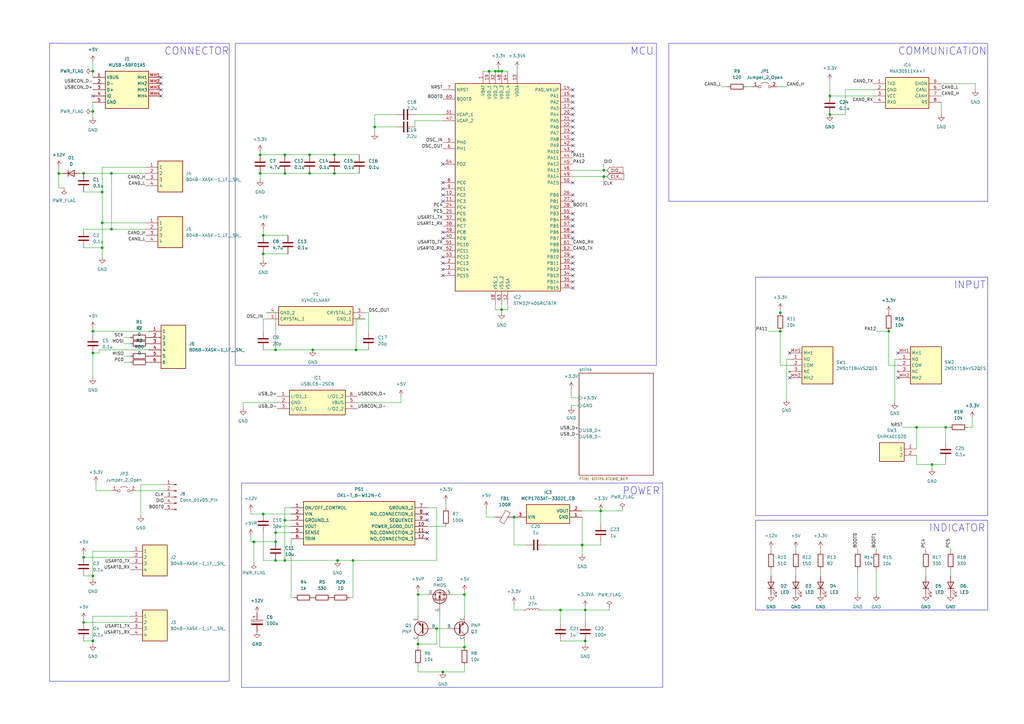
<source format=kicad_sch>
(kicad_sch (version 20230121) (generator eeschema)
  (paper "A3")
  (lib_symbols
    (symbol "2MS1T1B4VS2QES_1"
      (property "Reference" "SW" (at 19.05 7.62 0))
      (property "Value" "2MS1T1B4VS2QES" (at 19.05 5.08 0))
      (symbol "2MS1T1B4VS2QES_1_1_1"
        (pin passive line (at 0 -2.54 0) (length 5.08) (name "NO") (number "1"))
        (pin passive line (at 0 -5.08 0) (length 5.08) (name "COM") (number "2"))
        (pin no_connect line (at 0 -7.62 0) (length 5.08) (name "NC") (number "3"))
        (pin passive line (at 0 0 0) (length 5.08) (name "MH1") (number "MH1"))
        (pin passive line (at 0 -10.16 0) (length 5.08) (name "MH2") (number "MH2"))
      )
    )
    (symbol "Connector:Conn_01x05_Pin" (pin_names (offset 1.016) hide)
      (property "Reference" "J" (at 0 7.62 0))
      (property "Value" "Conn_01x05_Pin" (at 0 -7.62 0))
      (symbol "Conn_01x05_Pin_1_1"
        (pin passive line (at 5.08 5.08 180) (length 3.81) (name "Pin_1") (number "1"))
        (pin passive line (at 5.08 2.54 180) (length 3.81) (name "Pin_2") (number "2"))
        (pin passive line (at 5.08 0 180) (length 3.81) (name "Pin_3") (number "3"))
        (pin passive line (at 5.08 -2.54 180) (length 3.81) (name "Pin_4") (number "4"))
        (pin passive line (at 5.08 -5.08 180) (length 3.81) (name "Pin_5") (number "5"))
      )
    )
    (symbol "Device:C" (pin_numbers hide) (pin_names (offset 0.254))
      (property "Reference" "C" (at 0.635 2.54 0))
      (property "Value" "C" (at 0.635 -2.54 0))
      (symbol "C_1_1"
        (pin passive line (at 0 3.81 270) (length 2.794) (name "~") (number "1"))
        (pin passive line (at 0 -3.81 90) (length 2.794) (name "~") (number "2"))
      )
    )
    (symbol "Device:C_Polarized" (pin_numbers hide) (pin_names (offset 0.254))
      (property "Reference" "C" (at 0.635 2.54 0))
      (property "Value" "C_Polarized" (at 0.635 -2.54 0))
      (symbol "C_Polarized_1_1"
        (pin passive line (at 0 3.81 270) (length 2.794) (name "~") (number "1"))
        (pin passive line (at 0 -3.81 90) (length 2.794) (name "~") (number "2"))
      )
    )
    (symbol "Device:D" (pin_numbers hide) (pin_names (offset 1.016) hide)
      (property "Reference" "D" (at 0 2.54 0))
      (property "Value" "D" (at 0 -2.54 0))
      (symbol "D_1_1"
        (pin passive line (at -3.81 0 0) (length 2.54) (name "K") (number "1"))
        (pin passive line (at 3.81 0 180) (length 2.54) (name "A") (number "2"))
      )
    )
    (symbol "Device:FerriteBead" (pin_numbers hide) (pin_names (offset 0))
      (property "Reference" "FB" (at -3.81 0.635 90))
      (property "Value" "FerriteBead" (at 3.81 0 90))
      (symbol "FerriteBead_1_1"
        (pin passive line (at 0 3.81 270) (length 2.54) (name "~") (number "1"))
        (pin passive line (at 0 -3.81 90) (length 2.54) (name "~") (number "2"))
      )
    )
    (symbol "Device:L" (pin_numbers hide) (pin_names (offset 1.016) hide)
      (property "Reference" "L" (at -1.27 0 90))
      (property "Value" "L" (at 1.905 0 90))
      (symbol "L_1_1"
        (pin passive line (at 0 3.81 270) (length 1.27) (name "1") (number "1"))
        (pin passive line (at 0 -3.81 90) (length 1.27) (name "2") (number "2"))
      )
    )
    (symbol "Device:LED" (pin_numbers hide) (pin_names (offset 1.016) hide)
      (property "Reference" "D" (at 0 2.54 0))
      (property "Value" "LED" (at 0 -2.54 0))
      (symbol "LED_1_1"
        (pin passive line (at -3.81 0 0) (length 2.54) (name "K") (number "1"))
        (pin passive line (at 3.81 0 180) (length 2.54) (name "A") (number "2"))
      )
    )
    (symbol "Device:R" (pin_numbers hide) (pin_names (offset 0))
      (property "Reference" "R" (at 2.032 0 90))
      (property "Value" "R" (at 0 0 90))
      (symbol "R_1_1"
        (pin passive line (at 0 3.81 270) (length 1.27) (name "~") (number "1"))
        (pin passive line (at 0 -3.81 90) (length 1.27) (name "~") (number "2"))
      )
    )
    (symbol "Jumper:Jumper_2_Open" (pin_names (offset 0) hide)
      (property "Reference" "JP" (at 0 2.794 0))
      (property "Value" "Jumper_2_Open" (at 0 -2.286 0))
      (symbol "Jumper_2_Open_1_1"
        (pin passive line (at -5.08 0 0) (length 2.54) (name "A") (number "1"))
        (pin passive line (at 5.08 0 180) (length 2.54) (name "B") (number "2"))
      )
    )
    (symbol "Simulation_SPICE:PMOS" (pin_numbers hide) (pin_names (offset 0))
      (property "Reference" "Q" (at 5.08 1.27 0))
      (property "Value" "PMOS" (at 5.08 -1.27 0))
      (symbol "PMOS_1_1"
        (pin passive line (at 2.54 5.08 270) (length 2.54) (name "D") (number "1"))
        (pin input line (at -5.08 0 0) (length 2.54) (name "G") (number "2"))
        (pin passive line (at 2.54 -5.08 90) (length 2.54) (name "S") (number "3"))
      )
    )
    (symbol "Simulation_SPICE:PNP" (pin_numbers hide) (pin_names (offset 0))
      (property "Reference" "Q" (at -2.54 7.62 0))
      (property "Value" "PNP" (at -2.54 5.08 0))
      (symbol "PNP_1_1"
        (pin open_collector line (at 2.54 5.08 270) (length 2.54) (name "C") (number "1"))
        (pin input line (at -5.08 0 0) (length 2.54) (name "B") (number "2"))
        (pin open_emitter line (at 2.54 -5.08 90) (length 2.54) (name "E") (number "3"))
      )
    )
    (symbol "my_library:2MS1T1B4VS2QES"
      (property "Reference" "SW" (at 19.05 7.62 0))
      (property "Value" "2MS1T1B4VS2QES" (at 19.05 5.08 0))
      (symbol "2MS1T1B4VS2QES_1_1"
        (pin passive line (at 0 -2.54 0) (length 5.08) (name "NO") (number "1"))
        (pin passive line (at 0 -5.08 0) (length 5.08) (name "COM") (number "2"))
        (pin no_connect line (at 0 -7.62 0) (length 5.08) (name "NC") (number "3"))
        (pin passive line (at 0 0 0) (length 5.08) (name "MH1") (number "MH1"))
        (pin passive line (at 0 -10.16 0) (length 5.08) (name "MH2") (number "MH2"))
      )
    )
    (symbol "my_library:B04B-XASK-1_LF__SN_"
      (property "Reference" "J" (at 16.51 7.62 0))
      (property "Value" "B04B-XASK-1_LF__SN_" (at 16.51 5.08 0))
      (symbol "B04B-XASK-1_LF__SN__1_1"
        (pin passive line (at 0 0 0) (length 5.08) (name "1") (number "1"))
        (pin passive line (at 0 -2.54 0) (length 5.08) (name "2") (number "2"))
        (pin passive line (at 0 -5.08 0) (length 5.08) (name "3") (number "3"))
        (pin passive line (at 0 -7.62 0) (length 5.08) (name "4") (number "4"))
      )
    )
    (symbol "my_library:B06B-XASK-1_LF__SN_"
      (property "Reference" "J" (at 16.51 7.62 0))
      (property "Value" "B06B-XASK-1_LF__SN_" (at 16.51 5.08 0))
      (symbol "B06B-XASK-1_LF__SN__1_1"
        (pin passive line (at 0 0 0) (length 5.08) (name "1") (number "1"))
        (pin passive line (at 0 -2.54 0) (length 5.08) (name "2") (number "2"))
        (pin passive line (at 0 -5.08 0) (length 5.08) (name "3") (number "3"))
        (pin passive line (at 0 -7.62 0) (length 5.08) (name "4") (number "4"))
        (pin passive line (at 0 -10.16 0) (length 5.08) (name "5") (number "5"))
        (pin passive line (at 0 -12.7 0) (length 5.08) (name "6") (number "6"))
      )
    )
    (symbol "my_library:MAX3051EKA+T"
      (property "Reference" "IC" (at 24.13 7.62 0))
      (property "Value" "MAX3051EKA+T" (at 24.13 5.08 0))
      (symbol "MAX3051EKA+T_1_1"
        (pin bidirectional line (at 0 0 0) (length 5.08) (name "TXD") (number "1"))
        (pin power_in line (at 0 -2.54 0) (length 5.08) (name "GND") (number "2"))
        (pin power_in line (at 0 -5.08 0) (length 5.08) (name "VCC") (number "3"))
        (pin bidirectional line (at 0 -7.62 0) (length 5.08) (name "RXD") (number "4"))
        (pin input line (at 27.94 0 180) (length 5.08) (name "SHDN") (number "5"))
        (pin bidirectional line (at 27.94 -2.54 180) (length 5.08) (name "CANL") (number "6"))
        (pin bidirectional line (at 27.94 -5.08 180) (length 5.08) (name "CANH") (number "7"))
        (pin input line (at 27.94 -7.62 180) (length 5.08) (name "RS") (number "8"))
      )
    )
    (symbol "my_library:MCP1703AT-3302E_CB"
      (property "Reference" "IC" (at 24.13 7.62 0))
      (property "Value" "MCP1703AT-3302E_CB" (at 24.13 5.08 0))
      (symbol "MCP1703AT-3302E_CB_1_1"
        (pin passive line (at 0 0 0) (length 5.08) (name "GND") (number "1"))
        (pin passive line (at 0 -2.54 0) (length 5.08) (name "VOUT") (number "2"))
        (pin passive line (at 27.94 0 180) (length 5.08) (name "VIN") (number "3"))
      )
    )
    (symbol "my_library:MUSB-5BF01AS"
      (property "Reference" "J" (at 24.13 7.62 0))
      (property "Value" "MUSB-5BF01AS" (at 24.13 5.08 0))
      (symbol "MUSB-5BF01AS_1_1"
        (pin passive line (at 0 0 0) (length 5.08) (name "VBUS") (number "1"))
        (pin passive line (at 0 -2.54 0) (length 5.08) (name "D-") (number "2"))
        (pin passive line (at 0 -5.08 0) (length 5.08) (name "D+") (number "3"))
        (pin passive line (at 0 -7.62 0) (length 5.08) (name "ID") (number "4"))
        (pin passive line (at 0 -10.16 0) (length 5.08) (name "GND") (number "5"))
        (pin passive line (at 27.94 0 180) (length 5.08) (name "MH1") (number "MH1"))
        (pin passive line (at 27.94 -2.54 180) (length 5.08) (name "MH2") (number "MH2"))
        (pin passive line (at 27.94 -5.08 180) (length 5.08) (name "MH3") (number "MH3"))
        (pin passive line (at 27.94 -7.62 180) (length 5.08) (name "MH4") (number "MH4"))
      )
    )
    (symbol "my_library:OKL-T_6-W12N-C"
      (property "Reference" "PS" (at 52.07 7.62 0))
      (property "Value" "OKL-T_6-W12N-C" (at 52.07 5.08 0))
      (symbol "OKL-T_6-W12N-C_1_1"
        (pin passive line (at 0 0 0) (length 5.08) (name "ON/OFF_CONTROL") (number "1"))
        (pin passive line (at 55.88 -7.62 180) (length 5.08) (name "POWER_GOOD_OUT") (number "10"))
        (pin passive line (at 55.88 -10.16 180) (length 5.08) (name "NO_CONNECTION_2") (number "11"))
        (pin passive line (at 55.88 -12.7 180) (length 5.08) (name "NO_CONNECTION_3") (number "12"))
        (pin passive line (at 0 -2.54 0) (length 5.08) (name "VIN") (number "2"))
        (pin passive line (at 0 -5.08 0) (length 5.08) (name "GROUND_1") (number "3"))
        (pin passive line (at 0 -7.62 0) (length 5.08) (name "VOUT") (number "4"))
        (pin passive line (at 0 -10.16 0) (length 5.08) (name "SENSE") (number "5"))
        (pin passive line (at 0 -12.7 0) (length 5.08) (name "TRIM") (number "6"))
        (pin passive line (at 55.88 0 180) (length 5.08) (name "GROUND_2") (number "7"))
        (pin passive line (at 55.88 -2.54 180) (length 5.08) (name "NO_CONNECTION_1") (number "8"))
        (pin passive line (at 55.88 -5.08 180) (length 5.08) (name "SEQUENCE") (number "9"))
      )
    )
    (symbol "my_library:SKRKAEE020"
      (property "Reference" "SW" (at 16.51 7.62 0))
      (property "Value" "SKRKAEE020" (at 16.51 5.08 0))
      (symbol "SKRKAEE020_1_1"
        (pin passive line (at 0 0 0) (length 5.08) (name "1") (number "1"))
        (pin passive line (at 0 -2.54 0) (length 5.08) (name "2") (number "2"))
      )
    )
    (symbol "my_library:STM32F405RGT6TR"
      (property "Reference" "IC" (at 34.29 17.78 0))
      (property "Value" "STM32F405RGT6TR" (at 34.29 15.24 0))
      (symbol "STM32F405RGT6TR_1_1"
        (pin passive line (at 16.51 17.78 270) (length 5.08) (name "VBAT") (number "1"))
        (pin passive line (at 0 -33.02 0) (length 5.08) (name "PC2") (number "10"))
        (pin passive line (at 0 -35.56 0) (length 5.08) (name "PC3") (number "11"))
        (pin passive line (at 26.67 -77.47 90) (length 5.08) (name "VSSA") (number "12"))
        (pin passive line (at 30.48 17.78 270) (length 5.08) (name "VDDA") (number "13"))
        (pin passive line (at 53.34 10.16 180) (length 5.08) (name "PA0_WKUP") (number "14"))
        (pin passive line (at 53.34 7.62 180) (length 5.08) (name "PA1") (number "15"))
        (pin passive line (at 53.34 5.08 180) (length 5.08) (name "PA2") (number "16"))
        (pin passive line (at 53.34 2.54 180) (length 5.08) (name "PA3") (number "17"))
        (pin passive line (at 21.59 -77.47 90) (length 5.08) (name "VSS_1") (number "18"))
        (pin passive line (at 19.05 17.78 270) (length 5.08) (name "VDD_1") (number "19"))
        (pin passive line (at 0 -60.96 0) (length 5.08) (name "PC13") (number "2"))
        (pin passive line (at 53.34 0 180) (length 5.08) (name "PA4") (number "20"))
        (pin passive line (at 53.34 -2.54 180) (length 5.08) (name "PA5") (number "21"))
        (pin passive line (at 53.34 -5.08 180) (length 5.08) (name "PA6") (number "22"))
        (pin passive line (at 53.34 -7.62 180) (length 5.08) (name "PA7") (number "23"))
        (pin passive line (at 0 -38.1 0) (length 5.08) (name "PC4") (number "24"))
        (pin passive line (at 0 -40.64 0) (length 5.08) (name "PC5") (number "25"))
        (pin passive line (at 53.34 -33.02 180) (length 5.08) (name "PB0") (number "26"))
        (pin passive line (at 53.34 -35.56 180) (length 5.08) (name "PB1") (number "27"))
        (pin passive line (at 53.34 -38.1 180) (length 5.08) (name "PB2") (number "28"))
        (pin passive line (at 53.34 -58.42 180) (length 5.08) (name "PB10") (number "29"))
        (pin passive line (at 0 -63.5 0) (length 5.08) (name "PC14") (number "3"))
        (pin passive line (at 53.34 -60.96 180) (length 5.08) (name "PB11") (number "30"))
        (pin passive line (at 0 0 0) (length 5.08) (name "VCAP_1") (number "31"))
        (pin passive line (at 21.59 17.78 270) (length 5.08) (name "VDD_2") (number "32"))
        (pin passive line (at 53.34 -63.5 180) (length 5.08) (name "PB12") (number "33"))
        (pin passive line (at 53.34 -66.04 180) (length 5.08) (name "PB13") (number "34"))
        (pin passive line (at 53.34 -68.58 180) (length 5.08) (name "PB14") (number "35"))
        (pin passive line (at 53.34 -71.12 180) (length 5.08) (name "PB15") (number "36"))
        (pin passive line (at 0 -43.18 0) (length 5.08) (name "PC6") (number "37"))
        (pin passive line (at 0 -45.72 0) (length 5.08) (name "PC7") (number "38"))
        (pin passive line (at 0 -48.26 0) (length 5.08) (name "PC8") (number "39"))
        (pin passive line (at 0 -66.04 0) (length 5.08) (name "PC15") (number "4"))
        (pin passive line (at 0 -50.8 0) (length 5.08) (name "PC9") (number "40"))
        (pin passive line (at 53.34 -10.16 180) (length 5.08) (name "PA8") (number "41"))
        (pin passive line (at 53.34 -12.7 180) (length 5.08) (name "PA9") (number "42"))
        (pin passive line (at 53.34 -15.24 180) (length 5.08) (name "PA10") (number "43"))
        (pin passive line (at 53.34 -17.78 180) (length 5.08) (name "PA11") (number "44"))
        (pin passive line (at 53.34 -20.32 180) (length 5.08) (name "PA12") (number "45"))
        (pin passive line (at 53.34 -22.86 180) (length 5.08) (name "PA13") (number "46"))
        (pin passive line (at 0 -2.54 0) (length 5.08) (name "VCAP_2") (number "47"))
        (pin passive line (at 24.13 17.78 270) (length 5.08) (name "VDD_3") (number "48"))
        (pin passive line (at 53.34 -25.4 180) (length 5.08) (name "PA14") (number "49"))
        (pin passive line (at 0 -11.43 0) (length 5.08) (name "PH0") (number "5"))
        (pin passive line (at 53.34 -27.94 180) (length 5.08) (name "PA15") (number "50"))
        (pin passive line (at 0 -53.34 0) (length 5.08) (name "PC10") (number "51"))
        (pin passive line (at 0 -55.88 0) (length 5.08) (name "PC11") (number "52"))
        (pin passive line (at 0 -58.42 0) (length 5.08) (name "PC12") (number "53"))
        (pin passive line (at 0 -20.32 0) (length 5.08) (name "PD2") (number "54"))
        (pin passive line (at 53.34 -40.64 180) (length 5.08) (name "PB3") (number "55"))
        (pin passive line (at 53.34 -43.18 180) (length 5.08) (name "PB4") (number "56"))
        (pin passive line (at 53.34 -45.72 180) (length 5.08) (name "PB5") (number "57"))
        (pin passive line (at 53.34 -48.26 180) (length 5.08) (name "PB6") (number "58"))
        (pin passive line (at 53.34 -50.8 180) (length 5.08) (name "PB7") (number "59"))
        (pin passive line (at 0 -13.97 0) (length 5.08) (name "PH1") (number "6"))
        (pin passive line (at 0 6.35 0) (length 5.08) (name "BOOT0") (number "60"))
        (pin passive line (at 53.34 -53.34 180) (length 5.08) (name "PB8") (number "61"))
        (pin passive line (at 53.34 -55.88 180) (length 5.08) (name "PB9") (number "62"))
        (pin passive line (at 24.13 -77.47 90) (length 5.08) (name "VSS_2") (number "63"))
        (pin passive line (at 26.67 17.78 270) (length 5.08) (name "VDD_4") (number "64"))
        (pin passive line (at 0 10.16 0) (length 5.08) (name "NRST") (number "7"))
        (pin passive line (at 0 -27.94 0) (length 5.08) (name "PC0") (number "8"))
        (pin passive line (at 0 -30.48 0) (length 5.08) (name "PC1") (number "9"))
      )
    )
    (symbol "my_library:USBLC6-2SC6"
      (property "Reference" "IC" (at 29.21 7.62 0))
      (property "Value" "USBLC6-2SC6" (at 29.21 5.08 0))
      (symbol "USBLC6-2SC6_1_1"
        (pin passive line (at 0 0 0) (length 5.08) (name "I/O1_1") (number "1"))
        (pin passive line (at 0 -2.54 0) (length 5.08) (name "GND") (number "2"))
        (pin passive line (at 0 -5.08 0) (length 5.08) (name "I/O2_1") (number "3"))
        (pin passive line (at 33.02 -5.08 180) (length 5.08) (name "I/O2_2") (number "4"))
        (pin passive line (at 33.02 -2.54 180) (length 5.08) (name "VBUS") (number "5"))
        (pin passive line (at 33.02 0 180) (length 5.08) (name "I/O1_2") (number "6"))
      )
    )
    (symbol "my_library:XVHCELNANF"
      (property "Reference" "Y" (at 36.83 7.62 0))
      (property "Value" "XVHCELNANF" (at 36.83 5.08 0))
      (symbol "XVHCELNANF_1_1"
        (pin passive line (at 0 -2.54 0) (length 5.08) (name "CRYSTAL_1") (number "1"))
        (pin passive line (at 40.64 -2.54 180) (length 5.08) (name "GND_1") (number "2"))
        (pin passive line (at 40.64 0 180) (length 5.08) (name "CRYSTAL_2") (number "3"))
        (pin passive line (at 0 0 0) (length 5.08) (name "GND_2") (number "4"))
      )
    )
    (symbol "power:+12V" (power) (pin_names (offset 0))
      (property "Value" "+12V" (at 0 3.556 0))
      (symbol "+12V_1_1"
        (pin power_in line (at 0 0 90) (length 0) hide (name "+12V") (number "1"))
      )
    )
    (symbol "power:+3.3V" (power) (pin_names (offset 0))
      (property "Value" "+3.3V" (at 0 3.556 0))
      (symbol "+3.3V_1_1"
        (pin power_in line (at 0 0 90) (length 0) hide (name "+3.3V") (number "1"))
      )
    )
    (symbol "power:+3.3VA" (power) (pin_names (offset 0))
      (property "Value" "+3.3VA" (at 0 3.556 0))
      (symbol "+3.3VA_1_1"
        (pin power_in line (at 0 0 90) (length 0) hide (name "+3.3VA") (number "1"))
      )
    )
    (symbol "power:+5V" (power) (pin_names (offset 0))
      (property "Value" "+5V" (at 0 3.556 0))
      (symbol "+5V_1_1"
        (pin power_in line (at 0 0 90) (length 0) hide (name "+5V") (number "1"))
      )
    )
    (symbol "power:+5VP" (power) (pin_names (offset 0))
      (property "Value" "+5VP" (at 0 3.556 0))
      (symbol "+5VP_1_1"
        (pin power_in line (at 0 0 90) (length 0) hide (name "+5VP") (number "1"))
      )
    )
    (symbol "power:GND" (power) (pin_names (offset 0))
      (property "Value" "GND" (at 0 -3.81 0))
      (symbol "GND_1_1"
        (pin power_in line (at 0 0 270) (length 0) hide (name "GND") (number "1"))
      )
    )
    (symbol "power:PWR_FLAG" (power) (pin_numbers hide) (pin_names (offset 0) hide)
      (property "Value" "PWR_FLAG" (at 0 3.81 0))
      (symbol "PWR_FLAG_0_0"
        (pin power_out line (at 0 0 90) (length 0) (name "pwr") (number "1"))
      )
    )
  )
  (junction (at 45.72 93.98))
  (junction (at 38.1 144.78))
  (junction (at 106.68 63.5))
  (junction (at 190.5 243.84))
  (junction (at 247.65 72.39))
  (junction (at 200.66 29.21))
  (junction (at 153.67 52.07))
  (junction (at 116.84 63.5))
  (junction (at 240.03 250.19))
  (junction (at 190.5 265.43))
  (junction (at 205.74 127))
  (junction (at 127 63.5))
  (junction (at 38.1 45.72))
  (junction (at 137.16 63.5))
  (junction (at 320.04 128.27))
  (junction (at 138.43 229.87))
  (junction (at 137.16 71.12))
  (junction (at 41.91 91.44))
  (junction (at 116.84 213.36))
  (junction (at 113.03 229.87))
  (junction (at 179.07 257.81))
  (junction (at 104.14 222.25))
  (junction (at 116.84 229.87))
  (junction (at 113.03 222.25))
  (junction (at 24.13 71.12))
  (junction (at 210.82 212.09))
  (junction (at 229.87 250.19))
  (junction (at 364.49 135.89))
  (junction (at 41.91 78.74))
  (junction (at 375.92 175.26))
  (junction (at 340.36 39.37))
  (junction (at 205.74 29.21))
  (junction (at 246.38 209.55))
  (junction (at 171.45 243.84))
  (junction (at 203.2 29.21))
  (junction (at 127 71.12))
  (junction (at 113.03 143.51))
  (junction (at 107.95 96.52))
  (junction (at 171.45 264.16))
  (junction (at 204.47 29.21))
  (junction (at 106.68 71.12))
  (junction (at 34.29 71.12))
  (junction (at 116.84 71.12))
  (junction (at 41.91 101.6))
  (junction (at 340.36 46.99))
  (junction (at 144.78 229.87))
  (junction (at 34.29 255.27))
  (junction (at 238.76 223.52))
  (junction (at 128.27 143.51))
  (junction (at 38.1 262.89))
  (junction (at 240.03 262.89))
  (junction (at 45.72 71.12))
  (junction (at 247.65 69.85))
  (junction (at 107.95 210.82))
  (junction (at 387.858 175.26))
  (junction (at 38.1 236.22))
  (junction (at 38.1 29.21))
  (junction (at 107.95 104.14))
  (junction (at 320.04 135.89))
  (junction (at 34.29 228.6))
  (junction (at 113.03 218.44))
  (junction (at 38.1 135.89))
  (junction (at 382.27 190.5))
  (junction (at 181.61 275.59))
  (junction (at 146.05 143.51))
  (no_connect (at 234.95 105.41))
  (no_connect (at 181.61 110.49))
  (no_connect (at 323.85 144.78))
  (no_connect (at 66.04 31.75))
  (no_connect (at 66.04 36.83))
  (no_connect (at 181.61 95.25))
  (no_connect (at 368.3 144.78))
  (no_connect (at 234.95 62.23))
  (no_connect (at 181.61 105.41))
  (no_connect (at 234.95 107.95))
  (no_connect (at 234.95 90.17))
  (no_connect (at 234.95 52.07))
  (no_connect (at 234.95 39.37))
  (no_connect (at 234.95 115.57))
  (no_connect (at 181.61 107.95))
  (no_connect (at 175.26 213.36))
  (no_connect (at 234.95 118.11))
  (no_connect (at 234.95 46.99))
  (no_connect (at 181.61 82.55))
  (no_connect (at 175.26 210.82))
  (no_connect (at 234.95 59.69))
  (no_connect (at 181.61 97.79))
  (no_connect (at 368.3 154.94))
  (no_connect (at 234.95 80.01))
  (no_connect (at 234.95 113.03))
  (no_connect (at 234.95 92.71))
  (no_connect (at 181.61 80.01))
  (no_connect (at 234.95 97.79))
  (no_connect (at 234.95 41.91))
  (no_connect (at 66.04 39.37))
  (no_connect (at 38.1 39.37))
  (no_connect (at 234.95 54.61))
  (no_connect (at 234.95 87.63))
  (no_connect (at 234.95 44.45))
  (no_connect (at 234.95 57.15))
  (no_connect (at 181.61 77.47))
  (no_connect (at 323.85 154.94))
  (no_connect (at 181.61 74.93))
  (no_connect (at 234.95 36.83))
  (no_connect (at 175.26 220.98))
  (no_connect (at 234.95 74.93))
  (no_connect (at 175.26 218.44))
  (no_connect (at 234.95 82.55))
  (no_connect (at 181.61 67.31))
  (no_connect (at 181.61 113.03))
  (no_connect (at 234.95 95.25))
  (no_connect (at 66.04 34.29))
  (no_connect (at 234.95 49.53))
  (no_connect (at 234.95 110.49))
  (wire (pts (xy 45.72 71.12) (xy 45.72 93.98)))
  (wire (pts (xy 359.41 233.68) (xy 359.41 243.84)))
  (wire (pts (xy 24.13 68.58) (xy 24.13 71.12)))
  (wire (pts (xy 204.47 29.21) (xy 205.74 29.21)))
  (wire (pts (xy 204.47 27.94) (xy 204.47 29.21)))
  (wire (pts (xy 106.68 71.12) (xy 116.84 71.12)))
  (wire (pts (xy 320.04 135.89) (xy 320.04 149.86)))
  (wire (pts (xy 38.1 144.78) (xy 38.1 154.94)))
  (wire (pts (xy 107.95 218.44) (xy 107.95 229.87)))
  (wire (pts (xy 387.858 175.26) (xy 389.255 175.26)))
  (wire (pts (xy 223.52 223.52) (xy 238.76 223.52)))
  (wire (pts (xy 41.91 78.74) (xy 41.91 91.44)))
  (wire (pts (xy 190.5 262.89) (xy 190.5 265.43)))
  (wire (pts (xy 389.89 224.79) (xy 389.89 226.06)))
  (wire (pts (xy 246.38 209.55) (xy 246.38 214.63)))
  (wire (pts (xy 382.27 190.5) (xy 382.27 192.278)))
  (wire (pts (xy 246.38 222.25) (xy 246.38 223.52)))
  (wire (pts (xy 336.55 233.68) (xy 336.55 236.22)))
  (wire (pts (xy 106.68 71.12) (xy 106.68 73.66)))
  (wire (pts (xy 24.13 77.089) (xy 26.289 77.089)))
  (wire (pts (xy 119.38 215.9) (xy 113.03 215.9)))
  (wire (pts (xy 144.78 245.11) (xy 143.51 245.11)))
  (wire (pts (xy 41.91 91.44) (xy 41.91 101.6)))
  (wire (pts (xy 50.8 148.59) (xy 53.34 148.59)))
  (wire (pts (xy 149.86 130.81) (xy 146.05 130.81)))
  (wire (pts (xy 326.39 233.68) (xy 326.39 236.22)))
  (wire (pts (xy 247.65 72.39) (xy 247.65 76.2)))
  (wire (pts (xy 116.84 229.87) (xy 138.43 229.87)))
  (wire (pts (xy 34.29 236.22) (xy 38.1 236.22)))
  (wire (pts (xy 146.05 130.81) (xy 146.05 143.51)))
  (wire (pts (xy 107.95 93.98) (xy 107.95 96.52)))
  (wire (pts (xy 175.26 243.84) (xy 171.45 243.84)))
  (wire (pts (xy 104.14 222.25) (xy 104.14 230.632)))
  (wire (pts (xy 171.45 243.84) (xy 171.45 252.73)))
  (wire (pts (xy 127 71.12) (xy 137.16 71.12)))
  (wire (pts (xy 205.74 127) (xy 208.28 127)))
  (wire (pts (xy 234.315 166.37) (xy 234.315 167.005)))
  (wire (pts (xy 113.665 165.1) (xy 99.695 165.1)))
  (wire (pts (xy 38.1 135.89) (xy 60.96 135.89)))
  (wire (pts (xy 113.03 218.44) (xy 113.03 222.25)))
  (wire (pts (xy 116.84 63.5) (xy 127 63.5)))
  (wire (pts (xy 375.92 186.69) (xy 375.92 190.5)))
  (wire (pts (xy 162.56 46.99) (xy 153.67 46.99)))
  (wire (pts (xy 38.1 134.62) (xy 38.1 135.89)))
  (wire (pts (xy 146.05 143.51) (xy 128.27 143.51)))
  (wire (pts (xy 137.16 71.12) (xy 147.32 71.12)))
  (wire (pts (xy 375.92 190.5) (xy 382.27 190.5)))
  (wire (pts (xy 386.08 41.91) (xy 386.08 46.99)))
  (wire (pts (xy 107.95 229.87) (xy 113.03 229.87)))
  (wire (pts (xy 113.03 229.87) (xy 116.84 229.87)))
  (wire (pts (xy 346.71 36.83) (xy 346.71 46.99)))
  (wire (pts (xy 387.858 188.976) (xy 387.858 190.5)))
  (wire (pts (xy 33.02 71.12) (xy 34.29 71.12)))
  (wire (pts (xy 175.26 215.9) (xy 182.88 215.9)))
  (wire (pts (xy 137.16 63.5) (xy 147.32 63.5)))
  (wire (pts (xy 240.03 250.19) (xy 249.936 250.19)))
  (wire (pts (xy 229.87 262.89) (xy 240.03 262.89)))
  (wire (pts (xy 203.2 124.46) (xy 203.2 127)))
  (wire (pts (xy 375.92 175.26) (xy 387.858 175.26)))
  (wire (pts (xy 144.78 229.87) (xy 144.78 245.11)))
  (wire (pts (xy 336.55 224.79) (xy 336.55 226.06)))
  (wire (pts (xy 340.36 33.02) (xy 340.36 39.37)))
  (wire (pts (xy 127 63.5) (xy 137.16 63.5)))
  (wire (pts (xy 153.67 46.99) (xy 153.67 52.07)))
  (wire (pts (xy 240.03 262.89) (xy 240.03 264.16)))
  (wire (pts (xy 246.38 209.55) (xy 255.27 209.55)))
  (wire (pts (xy 205.74 124.46) (xy 205.74 127)))
  (wire (pts (xy 107.95 143.51) (xy 113.03 143.51)))
  (wire (pts (xy 203.2 29.21) (xy 204.47 29.21)))
  (wire (pts (xy 200.66 29.21) (xy 203.2 29.21)))
  (wire (pts (xy 38.1 25.4) (xy 38.1 29.21)))
  (wire (pts (xy 59.69 68.58) (xy 41.91 68.58)))
  (wire (pts (xy 116.84 213.36) (xy 119.38 213.36)))
  (wire (pts (xy 45.72 71.12) (xy 59.69 71.12)))
  (wire (pts (xy 375.92 184.15) (xy 375.92 175.26)))
  (wire (pts (xy 107.95 130.81) (xy 109.22 130.81)))
  (wire (pts (xy 387.858 175.26) (xy 387.858 181.356)))
  (wire (pts (xy 364.49 135.89) (xy 364.49 149.86)))
  (wire (pts (xy 306.07 35.56) (xy 308.61 35.56)))
  (wire (pts (xy 398.78 175.26) (xy 396.875 175.26)))
  (wire (pts (xy 229.87 250.19) (xy 240.03 250.19)))
  (wire (pts (xy 38.1 29.21) (xy 38.1 31.75)))
  (wire (pts (xy 38.1 45.72) (xy 38.1 48.26)))
  (wire (pts (xy 153.67 52.07) (xy 153.67 54.61)))
  (wire (pts (xy 379.73 233.68) (xy 379.73 236.22)))
  (wire (pts (xy 34.29 227.33) (xy 34.29 228.6)))
  (wire (pts (xy 107.95 130.81) (xy 107.95 135.89)))
  (wire (pts (xy 41.91 101.6) (xy 41.91 105.41)))
  (wire (pts (xy 379.73 224.79) (xy 379.73 226.06)))
  (wire (pts (xy 102.87 210.82) (xy 107.95 210.82)))
  (wire (pts (xy 107.95 96.52) (xy 118.11 96.52)))
  (wire (pts (xy 55.88 201.295) (xy 67.31 201.295)))
  (wire (pts (xy 50.8 140.97) (xy 53.34 140.97)))
  (wire (pts (xy 106.68 62.23) (xy 106.68 63.5)))
  (wire (pts (xy 180.34 265.43) (xy 190.5 265.43)))
  (wire (pts (xy 34.29 255.27) (xy 53.34 255.27)))
  (wire (pts (xy 237.49 166.37) (xy 234.315 166.37)))
  (wire (pts (xy 316.23 224.79) (xy 316.23 226.06)))
  (wire (pts (xy 153.67 52.07) (xy 162.56 52.07)))
  (wire (pts (xy 24.13 71.12) (xy 24.13 77.089)))
  (wire (pts (xy 222.25 250.19) (xy 229.87 250.19)))
  (wire (pts (xy 247.65 72.39) (xy 248.92 72.39)))
  (wire (pts (xy 40.64 143.51) (xy 60.96 143.51)))
  (wire (pts (xy 34.29 262.89) (xy 38.1 262.89)))
  (wire (pts (xy 102.87 210.82) (xy 102.87 209.55)))
  (wire (pts (xy 198.12 29.21) (xy 200.66 29.21)))
  (wire (pts (xy 164.465 165.1) (xy 164.465 162.56)))
  (wire (pts (xy 318.77 35.56) (xy 322.58 35.56)))
  (wire (pts (xy 151.13 128.27) (xy 151.13 135.89)))
  (wire (pts (xy 179.07 257.81) (xy 179.07 264.16)))
  (wire (pts (xy 240.03 250.19) (xy 240.03 248.92)))
  (wire (pts (xy 382.27 190.5) (xy 387.858 190.5)))
  (wire (pts (xy 210.82 223.52) (xy 215.9 223.52)))
  (wire (pts (xy 316.23 233.68) (xy 316.23 236.22)))
  (wire (pts (xy 102.87 219.71) (xy 102.87 222.25)))
  (wire (pts (xy 170.18 46.99) (xy 181.61 46.99)))
  (wire (pts (xy 386.08 34.29) (xy 400.05 34.29)))
  (wire (pts (xy 351.79 224.79) (xy 351.79 226.06)))
  (wire (pts (xy 190.5 275.59) (xy 181.61 275.59)))
  (wire (pts (xy 116.84 208.28) (xy 119.38 208.28)))
  (wire (pts (xy 39.37 201.295) (xy 45.72 201.295)))
  (wire (pts (xy 359.41 224.79) (xy 359.41 226.06)))
  (wire (pts (xy 113.03 218.44) (xy 119.38 218.44)))
  (wire (pts (xy 323.85 147.32) (xy 322.58 147.32)))
  (wire (pts (xy 212.09 27.94) (xy 212.09 29.21)))
  (wire (pts (xy 34.29 78.74) (xy 41.91 78.74)))
  (wire (pts (xy 38.1 252.73) (xy 38.1 262.89)))
  (wire (pts (xy 185.42 243.84) (xy 190.5 243.84)))
  (wire (pts (xy 50.8 146.05) (xy 53.34 146.05)))
  (wire (pts (xy 205.74 29.21) (xy 208.28 29.21)))
  (wire (pts (xy 102.87 222.25) (xy 104.14 222.25)))
  (wire (pts (xy 57.785 198.755) (xy 67.31 198.755)))
  (wire (pts (xy 247.65 69.85) (xy 248.92 69.85)))
  (wire (pts (xy 116.84 71.12) (xy 127 71.12)))
  (wire (pts (xy 38.1 135.89) (xy 38.1 137.16)))
  (wire (pts (xy 113.03 128.27) (xy 113.03 143.51)))
  (wire (pts (xy 320.04 149.86) (xy 323.85 149.86)))
  (wire (pts (xy 255.27 209.55) (xy 255.27 209.042)))
  (wire (pts (xy 38.1 226.06) (xy 38.1 236.22)))
  (wire (pts (xy 370.205 175.26) (xy 375.92 175.26)))
  (wire (pts (xy 182.88 205.74) (xy 182.88 208.28)))
  (wire (pts (xy 247.65 67.31) (xy 247.65 69.85)))
  (wire (pts (xy 50.8 138.43) (xy 53.34 138.43)))
  (wire (pts (xy 116.84 208.28) (xy 116.84 213.36)))
  (wire (pts (xy 229.87 250.19) (xy 229.87 255.27)))
  (wire (pts (xy 190.5 242.57) (xy 190.5 243.84)))
  (wire (pts (xy 179.07 229.87) (xy 179.07 208.28)))
  (wire (pts (xy 146.05 143.51) (xy 151.13 143.51)))
  (wire (pts (xy 144.78 229.87) (xy 179.07 229.87)))
  (wire (pts (xy 113.03 143.51) (xy 128.27 143.51)))
  (wire (pts (xy 234.315 159.385) (xy 234.315 163.195)))
  (wire (pts (xy 367.03 147.32) (xy 367.03 165.1)))
  (wire (pts (xy 99.695 165.1) (xy 99.695 167.64)))
  (wire (pts (xy 398.78 171.45) (xy 398.78 175.26)))
  (wire (pts (xy 358.14 36.83) (xy 346.71 36.83)))
  (wire (pts (xy 107.95 210.82) (xy 119.38 210.82)))
  (wire (pts (xy 107.95 104.14) (xy 107.95 106.68)))
  (wire (pts (xy 38.1 144.78) (xy 40.64 144.78)))
  (wire (pts (xy 146.685 165.1) (xy 164.465 165.1)))
  (wire (pts (xy 199.39 208.28) (xy 199.39 212.09)))
  (wire (pts (xy 57.785 211.455) (xy 57.785 198.755)))
  (wire (pts (xy 41.91 68.58) (xy 41.91 78.74)))
  (wire (pts (xy 45.72 93.98) (xy 59.69 93.98)))
  (wire (pts (xy 39.37 198.12) (xy 39.37 201.295)))
  (wire (pts (xy 240.03 250.19) (xy 240.03 255.27)))
  (wire (pts (xy 24.13 71.12) (xy 25.4 71.12)))
  (wire (pts (xy 210.82 247.65) (xy 210.82 250.19)))
  (wire (pts (xy 53.34 252.73) (xy 38.1 252.73)))
  (wire (pts (xy 138.43 229.87) (xy 144.78 229.87)))
  (wire (pts (xy 179.07 208.28) (xy 175.26 208.28)))
  (wire (pts (xy 190.5 243.84) (xy 190.5 252.73)))
  (wire (pts (xy 322.58 147.32) (xy 322.58 163.83)))
  (wire (pts (xy 210.82 250.19) (xy 214.63 250.19)))
  (wire (pts (xy 351.79 233.68) (xy 351.79 243.84)))
  (wire (pts (xy 234.95 69.85) (xy 247.65 69.85)))
  (wire (pts (xy 53.34 226.06) (xy 38.1 226.06)))
  (wire (pts (xy 116.84 213.36) (xy 116.84 229.87)))
  (wire (pts (xy 171.45 242.57) (xy 171.45 243.84)))
  (wire (pts (xy 34.29 254) (xy 34.29 255.27)))
  (wire (pts (xy 400.05 34.29) (xy 400.05 36.83)))
  (wire (pts (xy 179.07 257.81) (xy 182.88 257.81)))
  (wire (pts (xy 205.74 127) (xy 205.74 128.27)))
  (wire (pts (xy 208.28 127) (xy 208.28 124.46)))
  (wire (pts (xy 171.45 275.59) (xy 181.61 275.59)))
  (wire (pts (xy 41.91 91.44) (xy 59.69 91.44)))
  (wire (pts (xy 38.1 236.22) (xy 38.1 237.49)))
  (wire (pts (xy 104.14 222.25) (xy 113.03 222.25)))
  (wire (pts (xy 389.89 233.68) (xy 389.89 236.22)))
  (wire (pts (xy 238.76 223.52) (xy 238.76 227.33)))
  (wire (pts (xy 171.45 273.05) (xy 171.45 275.59)))
  (wire (pts (xy 34.29 93.98) (xy 45.72 93.98)))
  (wire (pts (xy 34.29 101.6) (xy 41.91 101.6)))
  (wire (pts (xy 203.2 127) (xy 205.74 127)))
  (wire (pts (xy 171.45 264.16) (xy 171.45 265.43)))
  (wire (pts (xy 359.41 135.89) (xy 364.49 135.89)))
  (wire (pts (xy 295.91 35.56) (xy 298.45 35.56)))
  (wire (pts (xy 238.76 209.55) (xy 246.38 209.55)))
  (wire (pts (xy 367.03 147.32) (xy 368.3 147.32)))
  (wire (pts (xy 249.936 250.19) (xy 249.936 249.174)))
  (wire (pts (xy 314.96 135.89) (xy 320.04 135.89)))
  (wire (pts (xy 38.1 41.91) (xy 38.1 45.72)))
  (wire (pts (xy 346.71 46.99) (xy 340.36 46.99)))
  (wire (pts (xy 119.38 220.98) (xy 119.38 245.11)))
  (wire (pts (xy 107.95 104.14) (xy 118.11 104.14)))
  (wire (pts (xy 170.18 49.53) (xy 170.18 52.07)))
  (wire (pts (xy 38.1 262.89) (xy 38.1 264.16)))
  (wire (pts (xy 326.39 224.79) (xy 326.39 226.06)))
  (wire (pts (xy 34.29 71.12) (xy 45.72 71.12)))
  (wire (pts (xy 171.45 262.89) (xy 171.45 264.16)))
  (wire (pts (xy 106.68 63.5) (xy 116.84 63.5)))
  (wire (pts (xy 120.65 245.11) (xy 119.38 245.11)))
  (wire (pts (xy 109.22 128.27) (xy 113.03 128.27)))
  (wire (pts (xy 180.34 251.46) (xy 180.34 265.43)))
  (wire (pts (xy 210.82 223.52) (xy 210.82 212.09)))
  (wire (pts (xy 113.03 215.9) (xy 113.03 218.44)))
  (wire (pts (xy 340.36 39.37) (xy 358.14 39.37)))
  (wire (pts (xy 149.86 128.27) (xy 151.13 128.27)))
  (wire (pts (xy 320.04 128.27) (xy 320.04 128.905)))
  (wire (pts (xy 190.5 273.05) (xy 190.5 275.59)))
  (wire (pts (xy 246.38 223.52) (xy 238.76 223.52)))
  (wire (pts (xy 234.95 72.39) (xy 247.65 72.39)))
  (wire (pts (xy 181.61 49.53) (xy 170.18 49.53)))
  (wire (pts (xy 199.39 212.09) (xy 203.2 212.09)))
  (wire (pts (xy 320.04 127) (xy 320.04 128.27)))
  (wire (pts (xy 40.64 144.78) (xy 40.64 143.51)))
  (wire (pts (xy 179.07 264.16) (xy 171.45 264.16)))
  (wire (pts (xy 368.3 149.86) (xy 364.49 149.86)))
  (wire (pts (xy 238.76 212.09) (xy 238.76 223.52)))
  (wire (pts (xy 34.29 228.6) (xy 53.34 228.6)))
  (wire (pts (xy 234.315 163.195) (xy 237.49 163.195)))
  (rectangle (start 309.88 213.36) (end 405.13 250.19))
  (rectangle (start 96.52 17.78) (end 269.24 149.86))
  (rectangle (start 99.06 198.12) (end 271.78 281.94))
  (rectangle (start 309.88 113.665) (end 405.13 211.455))
  (rectangle (start 274.32 17.78) (end 405.13 82.55))
  (rectangle (start 20.32 17.78) (end 93.98 279.4))
  (text "MCU\n" (at 258.445 22.86 0) (effects (font (size 3 3)) (justify left bottom)))
  (text "COMMUNICATION" (at 368.3 22.86 0) (effects (font (size 3 3)) (justify left bottom)))
  (text "CONNECTOR" (at 67.31 22.86 0) (effects (font (size 3 3)) (justify left bottom)))
  (text "INDICATOR" (at 381 218.44 0) (effects (font (size 3 3)) (justify left bottom)))
  (text "INPUT" (at 391.16 118.745 0) (effects (font (size 3 3)) (justify left bottom)))
  (text "POWER" (at 255.27 203.2 0) (effects (font (size 3 3)) (justify left bottom)))
  (label "CAN0_H" (at 59.69 73.66 180))
  (label "PA11" (at 314.96 135.89 180))
  (label "USART1_TX" (at 181.61 90.17 180))
  (label "PC5" (at 181.61 87.63 180))
  (label "CAN0_H" (at 322.58 35.56 0))
  (label "OSC_OUT" (at 151.13 128.27 0))
  (label "USBCON_D-" (at 38.1 34.29 180))
  (label "CAN0_TX" (at 358.14 34.29 180))
  (label "USART0_TX" (at 53.34 231.14 180))
  (label "BOOT1" (at 359.41 224.79 90))
  (label "DIO" (at 247.65 67.31 0))
  (label "CAN0_L" (at 59.69 76.2 180))
  (label "CLK" (at 67.31 203.835 180))
  (label "USB_D-" (at 113.665 167.64 180))
  (label "CAN0_TX" (at 234.95 102.87 0))
  (label "PA12" (at 234.95 67.31 0))
  (label "USB_D+" (at 237.49 176.53 180))
  (label "PC4" (at 379.73 224.79 90))
  (label "USART0_TX" (at 181.61 100.33 180))
  (label "BOOT0" (at 351.79 224.79 90))
  (label "PA11" (at 234.95 64.77 0))
  (label "USBCON_D+" (at 38.1 36.83 180))
  (label "PA12" (at 359.41 135.89 180))
  (label "OSC_OUT" (at 181.61 60.96 180))
  (label "USB_D+" (at 113.665 162.56 180))
  (label "BOOT0" (at 67.31 208.915 180))
  (label "CAN0_L" (at 295.91 35.56 180))
  (label "OSC_IN" (at 107.95 130.81 180))
  (label "USBCON_D+" (at 146.685 162.56 0))
  (label "PC5" (at 389.89 224.79 90))
  (label "MOSI" (at 50.8 140.97 180))
  (label "MISO" (at 50.8 146.05 180))
  (label "CAN0_RX" (at 234.95 100.33 0))
  (label "CLK" (at 247.65 76.2 0))
  (label "PC0" (at 50.8 148.59 180))
  (label "USBCON_D-" (at 146.685 167.64 0))
  (label "CAN0_L" (at 59.69 99.06 180))
  (label "CAN0_RX" (at 358.14 41.91 180))
  (label "NRST" (at 181.61 36.83 180))
  (label "CAN0_H" (at 59.69 96.52 180))
  (label "BOOT1" (at 234.95 85.09 0))
  (label "USART0_RX" (at 181.61 102.87 180))
  (label "CAN0_L" (at 386.08 36.83 0))
  (label "CAN0_H" (at 386.08 39.37 0))
  (label "NRST" (at 370.205 175.26 180))
  (label "USART0_RX" (at 53.34 233.68 180))
  (label "PC4" (at 181.61 85.09 180))
  (label "USB_D-" (at 237.49 179.07 180))
  (label "USART1_RX" (at 53.34 260.35 180))
  (label "SCK" (at 50.8 138.43 180))
  (label "OSC_IN" (at 181.61 58.42 180))
  (label "USART1_TX" (at 53.34 257.81 180))
  (label "DIO" (at 67.31 206.375 180))
  (label "USART1_RX" (at 181.61 92.71 180))
  (label "BOOT0" (at 181.61 40.64 180))
  (global_label "CLK_" (shape input) (at 248.92 72.39 0) (property "Intersheetrefs" "${INTERSHEET_REFS}" (effects hide)))
  (global_label "DIO_" (shape input) (at 248.92 69.85 0) (property "Intersheetrefs" "${INTERSHEET_REFS}" (effects hide)))
  (symbol (lib_id "power:+5VP") (at 102.87 219.71 0) (unit 1)
    (property "Reference" "#PWR013" (effects hide))
    (property "Value" "+5VP" (at 102.87 214.63 0))
  )
  (symbol (lib_id "Device:R") (at 124.46 245.11 90) (unit 1)
    (property "Reference" "R4" (at 124.46 238.76 90))
    (property "Value" "1k" (at 124.46 241.3 90))
    (property "Footprint" "Resistor_SMD:R_0603_1608Metric" (effects hide))
  )
  (symbol (lib_id "Device:L") (at 218.44 250.19 90) (unit 1)
    (property "Reference" "L1" (at 218.44 245.11 90))
    (property "Value" "27n" (at 218.44 247.65 90))
    (property "Footprint" "Inductor_SMD:L_0603_1608Metric" (effects hide))
  )
  (symbol (lib_id "Device:R") (at 316.23 229.87 0) (unit 1)
    (property "Reference" "R10" (at 318.77 228.6 0) (effects (justify left)))
    (property "Value" "510" (at 318.77 231.14 0) (effects (justify left)))
    (property "Footprint" "Resistor_SMD:R_0603_1608Metric" (effects hide))
  )
  (symbol (lib_id "Device:C") (at 38.1 140.97 0) (unit 1)
    (property "Reference" "C5" (at 41.91 139.7 0) (effects (justify left)))
    (property "Value" "0.1u" (at 41.91 142.24 0) (effects (justify left)))
    (property "Footprint" "Capacitor_SMD:C_0603_1608Metric" (effects hide))
  )
  (symbol (lib_id "power:GND") (at 234.315 167.005 0) (unit 1)
    (property "Reference" "#PWR034" (effects hide))
    (property "Value" "GND" (at 234.315 171.45 0))
  )
  (symbol (lib_id "power:+3.3V") (at 246.38 209.55 0) (unit 1)
    (property "Reference" "#PWR038" (effects hide))
    (property "Value" "+3.3V" (at 246.38 204.47 0))
  )
  (symbol (lib_id "my_library:USBLC6-2SC6") (at 113.665 162.56 0) (unit 1)
    (property "Reference" "IC1" (at 130.175 154.94 0))
    (property "Value" "USBLC6-2SC6" (at 130.175 157.48 0))
    (property "Footprint" "my_pretty:USBLC6-2SC6" (effects hide))
    (property "Datasheet" "http://uk.rs-online.com/web/p/products/6247693P" (effects hide))
    (property "Height" "1.45" (effects hide))
    (property "RS Part Number" "6247693P" (effects hide))
    (property "RS Price/Stock" "http://uk.rs-online.com/web/p/products/6247693P" (effects hide))
    (property "Manufacturer_Name" "STMicroelectronics" (effects hide))
    (property "Manufacturer_Part_Number" "USBLC6-2SC6" (effects hide))
    (property "Allied_Number" "70389689" (effects hide))
  )
  (symbol (lib_id "power:PWR_FLAG") (at 255.27 209.042 0) (unit 1)
    (property "Reference" "#FLG05" (effects hide))
    (property "Value" "PWR_FLAG" (at 255.27 203.835 0))
  )
  (symbol (lib_id "Device:R") (at 364.49 132.08 0) (unit 1)
    (property "Reference" "R16" (at 367.03 130.81 0) (effects (justify left)))
    (property "Value" "10k" (at 367.03 133.35 0) (effects (justify left)))
    (property "Footprint" "Resistor_SMD:R_0603_1608Metric" (effects hide))
  )
  (symbol (lib_id "power:GND") (at 57.785 211.455 0) (unit 1)
    (property "Reference" "#PWR078" (effects hide))
    (property "Value" "GND" (at 57.785 216.535 0))
  )
  (symbol (lib_id "my_library:MUSB-5BF01AS") (at 38.1 31.75 0) (unit 1)
    (property "Reference" "J1" (at 52.07 24.13 0))
    (property "Value" "MUSB-5BF01AS" (at 52.07 26.67 0))
    (property "Footprint" "my_pretty:MUSB5BF01AS" (effects hide))
    (property "Datasheet" "http://akizukidenshi.com/download/ds/useconn/c2235_dim_2.pdf" (effects hide))
    (property "Height" "4.05" (effects hide))
    (property "Manufacturer_Name" "Akizuki Denshi Tsusho" (effects hide))
    (property "Manufacturer_Part_Number" "MUSB-5BF01AS" (effects hide))
  )
  (symbol (lib_id "power:+3.3V") (at 204.47 27.94 0) (unit 1)
    (property "Reference" "#PWR029" (effects hide))
    (property "Value" "+3.3V" (at 204.47 22.86 0))
  )
  (symbol (lib_id "Simulation_SPICE:PMOS") (at 180.34 246.38 90) (unit 1)
    (property "Reference" "Q2" (at 180.34 237.49 90))
    (property "Value" "PMOS" (at 180.34 240.03 90))
    (property "Footprint" "my_pretty:SSM3J332RLFT" (effects hide))
    (property "Datasheet" "https://ngspice.sourceforge.io/docs/ngspice-html-manual/manual.xhtml#cha_MOSFETs" (effects hide))
    (property "Sim.Device" "PMOS" (effects hide))
    (property "Sim.Type" "VDMOS" (effects hide))
    (property "Sim.Pins" "1=D 2=G 3=S" (effects hide))
  )
  (symbol (lib_id "Device:R") (at 389.89 229.87 0) (unit 1)
    (property "Reference" "R18" (at 392.43 228.6 0) (effects (justify left)))
    (property "Value" "330" (at 392.43 231.14 0) (effects (justify left)))
    (property "Footprint" "Resistor_SMD:R_0603_1608Metric" (effects hide))
  )
  (symbol (lib_id "Device:LED") (at 379.73 240.03 90) (unit 1)
    (property "Reference" "D5" (at 383.54 240.3475 90) (effects (justify right)))
    (property "Value" "LED" (at 383.54 242.8875 90) (effects (justify right)))
    (property "Footprint" "Diode_SMD:D_0603_1608Metric" (effects hide))
  )
  (symbol (lib_id "my_library:STM32F405RGT6TR") (at 181.61 46.99 0) (unit 1)
    (property "Reference" "IC2" (at 210.4741 121.92 0) (effects (justify left)))
    (property "Value" "STM32F405RGT6TR" (at 210.4741 124.46 0) (effects (justify left)))
    (property "Footprint" "my_pretty:STM32F405RGT6TR" (effects hide))
    (property "Datasheet" "http://uk.rs-online.com/web/p/products/7926013P" (effects hide))
    (property "Height" "1.6" (effects hide))
    (property "RS Part Number" "7926013P" (effects hide))
    (property "RS Price/Stock" "http://uk.rs-online.com/web/p/products/7926013P" (effects hide))
    (property "Manufacturer_Name" "STMicroelectronics" (effects hide))
    (property "Manufacturer_Part_Number" "STM32F405RGT6TR" (effects hide))
    (property "Allied_Number" "70391100" (effects hide))
  )
  (symbol (lib_id "Device:C") (at 137.16 67.31 0) (unit 1)
    (property "Reference" "C15" (at 140.97 66.04 0) (effects (justify left)))
    (property "Value" "0.1u" (at 140.97 68.58 0) (effects (justify left)))
    (property "Footprint" "Capacitor_SMD:C_0603_1608Metric" (effects hide))
  )
  (symbol (lib_id "Device:C") (at 106.68 67.31 0) (unit 1)
    (property "Reference" "C7" (at 110.49 66.04 0) (effects (justify left)))
    (property "Value" "4.7u" (at 110.49 68.58 0) (effects (justify left)))
    (property "Footprint" "Capacitor_SMD:C_0603_1608Metric" (effects hide))
  )
  (symbol (lib_id "Jumper:Jumper_2_Open") (at 50.8 201.295 0) (unit 1)
    (property "Reference" "JP3" (at 50.8 194.31 0))
    (property "Value" "Jumper_2_Open" (at 50.8 196.85 0))
    (property "Footprint" "Connector_PinHeader_2.54mm:PinHeader_1x02_P2.54mm_Vertical" (effects hide))
  )
  (symbol (lib_id "power:+3.3V") (at 320.04 127 0) (unit 1)
    (property "Reference" "#PWR041" (effects hide))
    (property "Value" "+3.3V" (at 320.04 121.92 0))
  )
  (symbol (lib_id "Device:R") (at 182.88 212.09 0) (unit 1)
    (property "Reference" "R7" (at 185.42 210.82 0) (effects (justify left)))
    (property "Value" "100k" (at 185.42 213.36 0) (effects (justify left)))
    (property "Footprint" "Resistor_SMD:R_0603_1608Metric" (effects hide))
  )
  (symbol (lib_id "Device:R") (at 351.79 229.87 0) (unit 1)
    (property "Reference" "R14" (at 354.33 228.6 0) (effects (justify left)))
    (property "Value" "10k" (at 354.33 231.14 0) (effects (justify left)))
    (property "Footprint" "Resistor_SMD:R_0603_1608Metric" (effects hide))
  )
  (symbol (lib_id "Device:C") (at 118.11 100.33 0) (unit 1)
    (property "Reference" "C13" (at 121.92 99.06 0) (effects (justify left)))
    (property "Value" "0.1u" (at 121.92 101.6 0) (effects (justify left)))
    (property "Footprint" "Capacitor_SMD:C_0603_1608Metric" (effects hide))
  )
  (symbol (lib_id "power:GND") (at 240.03 264.16 0) (unit 1)
    (property "Reference" "#PWR037" (effects hide))
    (property "Value" "GND" (at 240.03 269.24 0))
  )
  (symbol (lib_id "my_library:MAX3051EKA+T") (at 358.14 34.29 0) (unit 1)
    (property "Reference" "IC4" (at 372.11 26.67 0))
    (property "Value" "MAX3051EKA+T" (at 372.11 29.21 0))
    (property "Footprint" "my_pretty:MAX3051EKA+T" (effects hide))
    (property "Datasheet" "http://uk.rs-online.com/web/p/products/1899855P" (effects hide))
    (property "Height" "1.45" (effects hide))
    (property "RS Part Number" "1899855P" (effects hide))
    (property "RS Price/Stock" "http://uk.rs-online.com/web/p/products/1899855P" (effects hide))
    (property "Manufacturer_Name" "Analog Devices" (effects hide))
    (property "Manufacturer_Part_Number" "MAX3051EKA+T" (effects hide))
  )
  (symbol (lib_id "power:GND") (at 359.41 243.84 0) (unit 1)
    (property "Reference" "#PWR050" (effects hide))
    (property "Value" "GND" (at 359.41 248.92 0))
  )
  (symbol (lib_id "power:+5V") (at 38.1 25.4 0) (unit 1)
    (property "Reference" "#PWR04" (effects hide))
    (property "Value" "+5V" (at 38.1 20.32 0))
  )
  (symbol (lib_id "Device:R") (at 393.065 175.26 90) (unit 1)
    (property "Reference" "R19" (at 393.065 168.91 90))
    (property "Value" "10k" (at 393.065 171.45 90))
    (property "Footprint" "Resistor_SMD:R_0603_1608Metric" (effects hide))
  )
  (symbol (lib_id "Device:R") (at 171.45 269.24 0) (unit 1)
    (property "Reference" "R6" (at 173.99 267.97 0) (effects (justify left)))
    (property "Value" "10k" (at 173.99 270.51 0) (effects (justify left)))
    (property "Footprint" "Resistor_SMD:R_0603_1608Metric" (effects hide))
  )
  (symbol (lib_id "Device:C") (at 246.38 218.44 180) (unit 1)
    (property "Reference" "C23" (at 250.19 217.17 0) (effects (justify right)))
    (property "Value" "1u" (at 250.19 219.71 0) (effects (justify right)))
    (property "Footprint" "Capacitor_SMD:C_0603_1608Metric" (effects hide))
  )
  (symbol (lib_id "power:GND") (at 400.05 36.83 0) (unit 1)
    (property "Reference" "#PWR058" (effects hide))
    (property "Value" "GND" (at 400.05 41.91 0))
  )
  (symbol (lib_id "power:PWR_FLAG") (at 38.1 29.21 90) (unit 1)
    (property "Reference" "#FLG01" (effects hide))
    (property "Value" "PWR_FLAG" (at 34.29 29.21 90) (effects (justify left)))
  )
  (symbol (lib_id "power:GND") (at 322.58 163.83 0) (unit 1)
    (property "Reference" "#PWR042" (effects hide))
    (property "Value" "GND" (at 322.58 168.275 0))
  )
  (symbol (lib_id "Device:C") (at 151.13 139.7 0) (unit 1)
    (property "Reference" "C17" (at 154.94 138.43 0) (effects (justify left)))
    (property "Value" "20p" (at 154.94 140.97 0) (effects (justify left)))
    (property "Footprint" "Capacitor_SMD:C_0603_1608Metric" (effects hide))
  )
  (symbol (lib_id "my_library:OKL-T_6-W12N-C") (at 119.38 208.28 0) (unit 1)
    (property "Reference" "PS1" (at 147.32 200.66 0))
    (property "Value" "OKL-T_6-W12N-C" (at 147.32 203.2 0))
    (property "Footprint" "my_pretty:OKLT6W12NC" (effects hide))
    (property "Datasheet" "http://uk.rs-online.com/web/p/products/1736944" (effects hide))
    (property "Height" "7.2" (effects hide))
    (property "RS Part Number" "1736944" (effects hide))
    (property "RS Price/Stock" "http://uk.rs-online.com/web/p/products/1736944" (effects hide))
    (property "Manufacturer_Name" "Murata Electronics" (effects hide))
    (property "Manufacturer_Part_Number" "OKL-T/6-W12N-C" (effects hide))
  )
  (symbol (lib_id "power:PWR_FLAG") (at 104.14 230.632 180) (unit 1)
    (property "Reference" "#FLG04" (effects hide))
    (property "Value" "PWR_FLAG" (at 104.14 234.95 0))
  )
  (symbol (lib_id "power:+3.3V") (at 234.315 159.385 0) (unit 1)
    (property "Reference" "#PWR033" (effects hide))
    (property "Value" "+3.3V" (at 234.315 154.305 0))
  )
  (symbol (lib_id "power:+5VP") (at 171.45 242.57 0) (unit 1)
    (property "Reference" "#PWR024" (effects hide))
    (property "Value" "+5VP" (at 171.45 237.49 0))
  )
  (symbol (lib_id "power:+5V") (at 190.5 242.57 0) (unit 1)
    (property "Reference" "#PWR027" (effects hide))
    (property "Value" "+5V" (at 190.5 237.49 0))
  )
  (symbol (lib_id "power:GND") (at 153.67 54.61 0) (unit 1)
    (property "Reference" "#PWR022" (effects hide))
    (property "Value" "GND" (effects hide))
  )
  (symbol (lib_id "power:GND") (at 99.695 167.64 0) (unit 1)
    (property "Reference" "#PWR011" (effects hide))
    (property "Value" "GND" (at 99.695 172.72 0))
  )
  (symbol (lib_id "Device:C") (at 127 67.31 0) (unit 1)
    (property "Reference" "C14" (at 130.81 66.04 0) (effects (justify left)))
    (property "Value" "0.1u" (at 130.81 68.58 0) (effects (justify left)))
    (property "Footprint" "Capacitor_SMD:C_0603_1608Metric" (effects hide))
  )
  (symbol (lib_id "power:+3.3V") (at 39.37 198.12 0) (unit 1)
    (property "Reference" "#PWR077" (effects hide))
    (property "Value" "+3.3V" (at 39.37 193.675 0))
  )
  (symbol (lib_id "power:+12V") (at 102.87 209.55 0) (unit 1)
    (property "Reference" "#PWR012" (effects hide))
    (property "Value" "+12V" (at 102.87 204.47 0))
  )
  (symbol (lib_id "power:+3.3V") (at 106.68 62.23 0) (unit 1)
    (property "Reference" "#PWR016" (effects hide))
    (property "Value" "+3.3V" (at 106.68 57.15 0))
  )
  (symbol (lib_id "my_library:B06B-XASK-1_LF__SN_") (at 60.96 135.89 0) (unit 1)
    (property "Reference" "J6" (at 77.47 140.97 0) (effects (justify left)))
    (property "Value" "B06B-XASK-1_LF__SN_" (at 77.47 143.51 0) (effects (justify left)))
    (property "Footprint" "my_pretty:SHDR6W80P0X250_1X6_1750X640X880P" (effects hide))
    (property "Datasheet" "http://www.jst-mfg.com/product/pdf/eng/eXA1.pdf" (effects hide))
    (property "Height" "8.8" (effects hide))
    (property "Manufacturer_Name" "JST (JAPAN SOLDERLESS TERMINALS)" (effects hide))
    (property "Manufacturer_Part_Number" "B06B-XASK-1(LF)(SN)" (effects hide))
  )
  (symbol (lib_id "my_library:SKRKAEE020") (at 375.92 184.15 0) (mirror y) (unit 1)
    (property "Reference" "SW3" (at 365.76 176.53 0))
    (property "Value" "SKRKAEE020" (at 365.76 179.07 0))
    (property "Footprint" "my_pretty:SKRKAEE020" (effects hide))
    (property "Datasheet" "http://www.alps.com/prod/info/J/HTML/Tact/SurfaceMount/SKRK/SKRKAEE020.html" (effects hide))
    (property "Height" "2" (effects hide))
    (property "Manufacturer_Name" "ALPS Electric" (effects hide))
    (property "Manufacturer_Part_Number" "SKRKAEE020" (effects hide))
  )
  (symbol (lib_id "power:+5V") (at 107.95 93.98 0) (unit 1)
    (property "Reference" "#PWR018" (effects hide))
    (property "Value" "+5V" (at 107.95 88.9 0))
  )
  (symbol (lib_id "power:GND") (at 386.08 46.99 0) (unit 1)
    (property "Reference" "#PWR055" (effects hide))
    (property "Value" "GND" (at 386.08 52.07 0))
  )
  (symbol (lib_id "power:GND") (at 238.76 227.33 0) (unit 1)
    (property "Reference" "#PWR035" (effects hide))
    (property "Value" "GND" (at 238.76 232.41 0))
  )
  (symbol (lib_id "power:+12V") (at 105.41 251.46 0) (unit 1)
    (property "Reference" "#PWR014" (effects hide))
    (property "Value" "+12V" (at 105.41 246.38 0))
  )
  (symbol (lib_id "power:GND") (at 38.1 48.26 0) (unit 1)
    (property "Reference" "#PWR05" (effects hide))
    (property "Value" "GND" (at 38.1 53.34 0))
  )
  (symbol (lib_id "Device:C") (at 240.03 259.08 180) (unit 1)
    (property "Reference" "C22" (at 243.84 257.81 0) (effects (justify right)))
    (property "Value" "100n" (at 243.84 260.35 0) (effects (justify right)))
    (property "Footprint" "Capacitor_SMD:C_0603_1608Metric" (effects hide))
  )
  (symbol (lib_id "Simulation_SPICE:PNP") (at 187.96 257.81 0) (mirror x) (unit 1)
    (property "Reference" "Q3" (at 193.04 259.08 0) (effects (justify left)))
    (property "Value" "PNP" (at 193.04 256.54 0) (effects (justify left)))
    (property "Footprint" "my_pretty:MMBT3906WT1G" (effects hide))
    (property "Datasheet" "https://ngspice.sourceforge.io/docs/ngspice-html-manual/manual.xhtml#cha_BJTs" (effects hide))
    (property "Sim.Device" "PNP" (effects hide))
    (property "Sim.Type" "GUMMELPOON" (effects hide))
    (property "Sim.Pins" "1=C 2=B 3=E" (effects hide))
  )
  (symbol (lib_id "power:GND") (at 41.91 105.41 0) (unit 1)
    (property "Reference" "#PWR010" (effects hide))
    (property "Value" "GND" (at 41.91 110.49 0))
  )
  (symbol (lib_id "power:GND") (at 128.27 143.51 0) (unit 1)
    (property "Reference" "#PWR020" (effects hide))
    (property "Value" "GND" (at 128.27 148.59 0))
  )
  (symbol (lib_id "Device:C") (at 147.32 67.31 0) (unit 1)
    (property "Reference" "C16" (at 151.13 66.04 0) (effects (justify left)))
    (property "Value" "0.1u" (at 151.13 68.58 0) (effects (justify left)))
    (property "Footprint" "Capacitor_SMD:C_0603_1608Metric" (effects hide))
  )
  (symbol (lib_id "Simulation_SPICE:PNP") (at 173.99 257.81 180) (unit 1)
    (property "Reference" "Q1" (at 168.91 256.54 0) (effects (justify left)))
    (property "Value" "PNP" (at 168.91 259.08 0) (effects (justify left)))
    (property "Footprint" "my_pretty:MMBT3906WT1G" (effects hide))
    (property "Datasheet" "https://ngspice.sourceforge.io/docs/ngspice-html-manual/manual.xhtml#cha_BJTs" (effects hide))
    (property "Sim.Device" "PNP" (effects hide))
    (property "Sim.Type" "GUMMELPOON" (effects hide))
    (property "Sim.Pins" "1=C 2=B 3=E" (effects hide))
  )
  (symbol (lib_id "power:+3.3V") (at 182.88 205.74 0) (unit 1)
    (property "Reference" "#PWR026" (effects hide))
    (property "Value" "+3.3V" (at 182.88 200.66 0))
  )
  (symbol (lib_id "power:GND") (at 205.74 128.27 0) (unit 1)
    (property "Reference" "#PWR030" (effects hide))
    (property "Value" "GND" (at 205.74 133.35 0))
  )
  (symbol (lib_id "my_library:B04B-XASK-1_LF__SN_") (at 53.34 226.06 0) (unit 1)
    (property "Reference" "J2" (at 69.85 228.6 0) (effects (justify left)))
    (property "Value" "B04B-XASK-1_LF__SN_" (at 69.85 231.14 0) (effects (justify left)))
    (property "Footprint" "my_pretty:SHDR4W60P0X250_1X4_1250X640X880P" (effects hide))
    (property "Height" "8.8" (effects hide))
    (property "Manufacturer_Name" "JST (JAPAN SOLDERLESS TERMINALS)" (effects hide))
    (property "Manufacturer_Part_Number" "B04B-XASK-1(LF)(SN)" (effects hide))
  )
  (symbol (lib_id "Device:R") (at 326.39 229.87 0) (unit 1)
    (property "Reference" "R12" (at 328.93 228.6 0) (effects (justify left)))
    (property "Value" "150" (at 328.93 231.14 0) (effects (justify left)))
    (property "Footprint" "Resistor_SMD:R_0603_1608Metric" (effects hide))
  )
  (symbol (lib_id "power:GND") (at 389.89 243.84 0) (unit 1)
    (property "Reference" "#PWR056" (effects hide))
    (property "Value" "GND" (at 389.89 248.92 0))
  )
  (symbol (lib_id "Device:C") (at 166.37 46.99 90) (unit 1)
    (property "Reference" "C18" (at 168.91 41.91 90))
    (property "Value" "2.2u" (at 168.91 44.45 90))
    (property "Footprint" "Capacitor_SMD:C_0603_1608Metric" (effects hide))
  )
  (symbol (lib_id "power:+5V") (at 164.465 162.56 0) (unit 1)
    (property "Reference" "#PWR023" (effects hide))
    (property "Value" "+5V" (at 164.465 157.48 0))
  )
  (symbol (lib_id "my_library:B04B-XASK-1_LF__SN_") (at 59.69 91.44 0) (unit 1)
    (property "Reference" "J5" (at 76.2 93.98 0) (effects (justify left)))
    (property "Value" "B04B-XASK-1_LF__SN_" (at 76.2 96.52 0) (effects (justify left)))
    (property "Footprint" "my_pretty:SHDR4W60P0X250_1X4_1250X640X880P" (effects hide))
    (property "Height" "8.8" (effects hide))
    (property "Manufacturer_Name" "JST (JAPAN SOLDERLESS TERMINALS)" (effects hide))
    (property "Manufacturer_Part_Number" "B04B-XASK-1(LF)(SN)" (effects hide))
  )
  (symbol (lib_id "power:GND") (at 316.23 243.84 0) (unit 1)
    (property "Reference" "#PWR040" (effects hide))
    (property "Value" "GND" (at 316.23 248.92 0))
  )
  (symbol (lib_id "Device:C") (at 107.95 139.7 0) (unit 1)
    (property "Reference" "C9" (at 111.76 138.43 0) (effects (justify left)))
    (property "Value" "20p" (at 111.76 140.97 0) (effects (justify left)))
    (property "Footprint" "Capacitor_SMD:C_0603_1608Metric" (effects hide))
  )
  (symbol (lib_id "Device:C") (at 34.29 259.08 0) (unit 1)
    (property "Reference" "C4" (at 38.1 257.81 0) (effects (justify left)))
    (property "Value" "0.1u" (at 38.1 260.35 0) (effects (justify left)))
    (property "Footprint" "Capacitor_SMD:C_0603_1608Metric" (effects hide))
  )
  (symbol (lib_id "Device:LED") (at 316.23 240.03 90) (unit 1)
    (property "Reference" "D2" (at 320.04 240.3475 90) (effects (justify right)))
    (property "Value" "LED" (at 320.04 242.8875 90) (effects (justify right)))
    (property "Footprint" "Diode_SMD:D_0603_1608Metric" (effects hide))
  )
  (symbol (lib_id "Device:R") (at 57.15 138.43 90) (unit 1)
    (property "Reference" "R1" (at 57.15 132.08 90))
    (property "Value" "0" (at 57.15 134.62 90))
    (property "Footprint" "Resistor_SMD:R_0603_1608Metric" (effects hide))
  )
  (symbol (lib_id "Device:R") (at 302.26 35.56 90) (unit 1)
    (property "Reference" "R9" (at 302.26 29.21 90))
    (property "Value" "120" (at 302.26 31.75 90))
    (property "Footprint" "Resistor_SMD:R_0603_1608Metric" (effects hide))
  )
  (symbol (lib_id "Connector:Conn_01x05_Pin") (at 72.39 203.835 0) (mirror y) (unit 1)
    (property "Reference" "J8" (at 73.66 202.565 0) (effects (justify right)))
    (property "Value" "Conn_01x05_Pin" (at 73.66 205.105 0) (effects (justify right)))
    (property "Footprint" "Connector_PinHeader_2.54mm:PinHeader_1x05_P2.54mm_Vertical" (effects hide))
  )
  (symbol (lib_id "Device:C") (at 229.87 259.08 180) (unit 1)
    (property "Reference" "C21" (at 233.68 257.81 0) (effects (justify right)))
    (property "Value" "1u" (at 233.68 260.35 0) (effects (justify right)))
    (property "Footprint" "Capacitor_SMD:C_0603_1608Metric" (effects hide))
  )
  (symbol (lib_id "my_library:MCP1703AT-3302E_CB") (at 238.76 212.09 180) (unit 1)
    (property "Reference" "IC3" (at 224.79 201.93 0))
    (property "Value" "MCP1703AT-3302E_CB" (at 224.79 204.47 0))
    (property "Footprint" "my_pretty:MCP1703AT-3302E_CB" (effects hide))
    (property "Datasheet" "http://uk.rs-online.com/web/p/products/7709509P" (effects hide))
    (property "Height" "1.45" (effects hide))
    (property "RS Part Number" "7709509P" (effects hide))
    (property "RS Price/Stock" "http://uk.rs-online.com/web/p/products/7709509P" (effects hide))
    (property "Manufacturer_Name" "Microchip" (effects hide))
    (property "Manufacturer_Part_Number" "MCP1703AT-3302E/CB" (effects hide))
    (property "Allied_Number" "70389034" (effects hide))
  )
  (symbol (lib_id "power:GND") (at 107.95 106.68 0) (unit 1)
    (property "Reference" "#PWR019" (effects hide))
    (property "Value" "GND" (at 107.95 111.76 0))
  )
  (symbol (lib_id "Jumper:Jumper_2_Open") (at 313.69 35.56 0) (unit 1)
    (property "Reference" "JP1" (at 313.69 29.21 0))
    (property "Value" "Jumper_2_Open" (at 313.69 31.75 0))
    (property "Footprint" "Connector_PinHeader_2.54mm:PinHeader_1x02_P2.54mm_Vertical" (effects hide))
  )
  (symbol (lib_id "power:GND") (at 326.39 243.84 0) (unit 1)
    (property "Reference" "#PWR044" (effects hide))
    (property "Value" "GND" (at 326.39 248.92 0))
  )
  (symbol (lib_id "power:+5V") (at 38.1 134.62 0) (unit 1)
    (property "Reference" "#PWR06" (effects hide))
    (property "Value" "+5V" (at 38.1 129.54 0))
  )
  (symbol (lib_id "Device:C") (at 387.858 185.166 0) (unit 1)
    (property "Reference" "C25" (at 391.668 183.896 0) (effects (justify left)))
    (property "Value" "0.1u" (at 391.668 186.436 0) (effects (justify left)))
    (property "Footprint" "Capacitor_SMD:C_0603_1608Metric" (effects hide))
  )
  (symbol (lib_id "power:GND") (at 38.1 154.94 0) (unit 1)
    (property "Reference" "#PWR07" (effects hide))
    (property "Value" "GND" (at 38.1 160.02 0))
  )
  (symbol (lib_id "Device:R") (at 57.15 140.97 90) (unit 1)
    (property "Reference" "R2" (at 57.15 134.62 90))
    (property "Value" "0" (at 57.15 137.16 90))
    (property "Footprint" "Resistor_SMD:R_0603_1608Metric" (effects hide))
  )
  (symbol (lib_name "2MS1T1B4VS2QES_1") (lib_id "my_library:2MS1T1B4VS2QES") (at 323.85 144.78 0) (unit 1)
    (property "Reference" "SW1" (at 342.9 148.59 0) (effects (justify left)))
    (property "Value" "2MS1T1B4VS2QES" (at 342.9 151.13 0) (effects (justify left)))
    (property "Footprint" "my_pretty:2MS1T1B4VS2QES" (effects hide))
    (property "Datasheet" "https://akizukidenshi.com/download/ds/cosland/2MS1-T1-B4-VS2-Q-E-S.pdf" (effects hide))
    (property "Height" "23.61" (effects hide))
    (property "Manufacturer_Name" "Dailywell" (effects hide))
    (property "Manufacturer_Part_Number" "2MS1T1B4VS2QES" (effects hide))
  )
  (symbol (lib_id "power:+12V") (at 316.23 224.79 0) (unit 1)
    (property "Reference" "#PWR039" (effects hide))
    (property "Value" "+12V" (at 316.23 219.71 0))
  )
  (symbol (lib_id "Device:C") (at 219.71 223.52 90) (unit 1)
    (property "Reference" "C20" (at 219.71 215.9 90))
    (property "Value" "1u" (at 219.71 218.44 90))
    (property "Footprint" "Capacitor_SMD:C_0603_1608Metric" (effects hide))
  )
  (symbol (lib_id "power:+3.3V") (at 364.49 128.27 0) (unit 1)
    (property "Reference" "#PWR051" (effects hide))
    (property "Value" "+3.3V" (at 364.49 123.19 0))
  )
  (symbol (lib_id "power:+3.3VA") (at 212.09 27.94 0) (unit 1)
    (property "Reference" "#PWR032" (effects hide))
    (property "Value" "+3.3VA" (at 212.09 22.86 0))
  )
  (symbol (lib_id "power:GND") (at 340.36 46.99 0) (unit 1)
    (property "Reference" "#PWR048" (effects hide))
    (property "Value" "GND" (at 340.36 52.07 0))
  )
  (symbol (lib_id "Device:C") (at 34.29 74.93 180) (unit 1)
    (property "Reference" "C1" (at 38.1 73.66 0) (effects (justify right)))
    (property "Value" "0.1u" (at 38.1 76.2 0) (effects (justify right)))
    (property "Footprint" "Capacitor_SMD:C_0603_1608Metric" (effects hide))
  )
  (symbol (lib_id "power:+3.3V") (at 340.36 33.02 0) (unit 1)
    (property "Reference" "#PWR047" (effects hide))
    (property "Value" "+3.3V" (at 340.36 27.94 0))
  )
  (symbol (lib_id "Device:R") (at 132.08 245.11 90) (unit 1)
    (property "Reference" "R5" (at 132.08 238.76 90))
    (property "Value" "330" (at 132.08 241.3 90))
    (property "Footprint" "Resistor_SMD:R_0603_1608Metric" (effects hide))
  )
  (symbol (lib_id "Device:R") (at 336.55 229.87 0) (unit 1)
    (property "Reference" "R13" (at 339.09 228.6 0) (effects (justify left)))
    (property "Value" "82" (at 339.09 231.14 0) (effects (justify left)))
    (property "Footprint" "Resistor_SMD:R_0603_1608Metric" (effects hide))
  )
  (symbol (lib_id "power:+3.3V") (at 336.55 224.79 0) (unit 1)
    (property "Reference" "#PWR045" (effects hide))
    (property "Value" "+3.3V" (at 336.55 219.71 0))
  )
  (symbol (lib_id "Device:LED") (at 326.39 240.03 90) (unit 1)
    (property "Reference" "D3" (at 330.2 240.3475 90) (effects (justify right)))
    (property "Value" "LED" (at 330.2 242.8875 90) (effects (justify right)))
    (property "Footprint" "Diode_SMD:D_0603_1608Metric" (effects hide))
  )
  (symbol (lib_id "Device:C") (at 340.36 43.18 0) (unit 1)
    (property "Reference" "C24" (at 344.17 41.91 0) (effects (justify left)))
    (property "Value" "0.1u" (at 344.17 44.45 0) (effects (justify left)))
    (property "Footprint" "Capacitor_SMD:C_0603_1608Metric" (effects hide))
  )
  (symbol (lib_id "my_library:B04B-XASK-1_LF__SN_") (at 59.69 68.58 0) (unit 1)
    (property "Reference" "J4" (at 76.2 71.12 0) (effects (justify left)))
    (property "Value" "B04B-XASK-1_LF__SN_" (at 76.2 73.66 0) (effects (justify left)))
    (property "Footprint" "my_pretty:SHDR4W60P0X250_1X4_1250X640X880P" (effects hide))
    (property "Height" "8.8" (effects hide))
    (property "Manufacturer_Name" "JST (JAPAN SOLDERLESS TERMINALS)" (effects hide))
    (property "Manufacturer_Part_Number" "B04B-XASK-1(LF)(SN)" (effects hide))
  )
  (symbol (lib_id "Device:R") (at 139.7 245.11 90) (unit 1)
    (property "Reference" "R29" (at 139.7 238.76 90))
    (property "Value" "10" (at 139.7 241.3 90))
    (property "Footprint" "Resistor_SMD:R_0603_1608Metric" (effects hide))
  )
  (symbol (lib_id "Device:C_Polarized") (at 105.41 255.27 0) (unit 1)
    (property "Reference" "C6" (at 109.22 253.111 0) (effects (justify left)))
    (property "Value" "100u" (at 109.22 255.651 0) (effects (justify left)))
    (property "Footprint" "Capacitor_THT:CP_Radial_D5.0mm_P2.00mm" (effects hide))
  )
  (symbol (lib_id "my_library:XVHCELNANF") (at 109.22 128.27 0) (unit 1)
    (property "Reference" "Y1" (at 129.54 120.65 0))
    (property "Value" "XVHCELNANF" (at 129.54 123.19 0))
    (property "Footprint" "my_pretty:XVHCELNANF" (effects hide))
    (property "Datasheet" "https://datasheet.lcsc.com/lcsc/1811052123_TAITIEN-Elec-XVHCELNANF-16MHZ_C242216.pdf" (effects hide))
    (property "Height" "1" (effects hide))
    (property "Manufacturer_Name" "TAITIEN" (effects hide))
    (property "Manufacturer_Part_Number" "XVHCELNANF" (effects hide))
  )
  (symbol (lib_id "power:+3.3V") (at 398.78 171.45 0) (unit 1)
    (property "Reference" "#PWR057" (effects hide))
    (property "Value" "+3.3V" (at 398.78 166.37 0))
  )
  (symbol (lib_id "Device:C") (at 107.95 100.33 0) (unit 1)
    (property "Reference" "C8" (at 111.76 99.06 0) (effects (justify left)))
    (property "Value" "4.7u" (at 111.76 101.6 0) (effects (justify left)))
    (property "Footprint" "Capacitor_SMD:C_0603_1608Metric" (effects hide))
  )
  (symbol (lib_id "power:GND") (at 336.55 243.84 0) (unit 1)
    (property "Reference" "#PWR046" (effects hide))
    (property "Value" "GND" (at 336.55 248.92 0))
  )
  (symbol (lib_id "power:GND") (at 106.68 73.66 0) (unit 1)
    (property "Reference" "#PWR017" (effects hide))
    (property "Value" "GND" (at 106.68 78.74 0))
  )
  (symbol (lib_id "Device:C") (at 116.84 67.31 0) (unit 1)
    (property "Reference" "C12" (at 120.65 66.04 0) (effects (justify left)))
    (property "Value" "0.1u" (at 120.65 68.58 0) (effects (justify left)))
    (property "Footprint" "Capacitor_SMD:C_0603_1608Metric" (effects hide))
  )
  (symbol (lib_id "Device:D") (at 29.21 71.12 0) (unit 1)
    (property "Reference" "D1" (at 29.21 64.77 0))
    (property "Value" "D" (at 29.21 67.31 0))
    (property "Footprint" "Diode_SMD:D_0603_1608Metric" (effects hide))
    (property "Sim.Device" "D" (effects hide))
    (property "Sim.Pins" "1=K 2=A" (effects hide))
  )
  (symbol (lib_id "Device:LED") (at 336.55 240.03 90) (unit 1)
    (property "Reference" "D4" (at 340.36 240.3475 90) (effects (justify right)))
    (property "Value" "LED" (at 340.36 242.8875 90) (effects (justify right)))
    (property "Footprint" "Diode_SMD:D_0603_1608Metric" (effects hide))
  )
  (symbol (lib_id "Device:R") (at 57.15 148.59 90) (unit 1)
    (property "Reference" "R30" (at 57.15 142.24 90))
    (property "Value" "0" (at 57.15 144.78 90))
    (property "Footprint" "Resistor_SMD:R_0603_1608Metric" (effects hide))
  )
  (symbol (lib_id "Device:R") (at 359.41 229.87 0) (unit 1)
    (property "Reference" "R15" (at 361.95 228.6 0) (effects (justify left)))
    (property "Value" "10k" (at 361.95 231.14 0) (effects (justify left)))
    (property "Footprint" "Resistor_SMD:R_0603_1608Metric" (effects hide))
  )
  (symbol (lib_id "power:+5V") (at 34.29 227.33 0) (unit 1)
    (property "Reference" "#PWR02" (effects hide))
    (property "Value" "+5V" (at 34.29 222.25 0))
  )
  (symbol (lib_id "Device:R") (at 320.04 132.08 0) (unit 1)
    (property "Reference" "R11" (at 322.58 130.81 0) (effects (justify left)))
    (property "Value" "10k" (at 322.58 133.35 0) (effects (justify left)))
    (property "Footprint" "Resistor_SMD:R_0603_1608Metric" (effects hide))
  )
  (symbol (lib_id "power:GND") (at 367.03 165.1 0) (unit 1)
    (property "Reference" "#PWR052" (effects hide))
    (property "Value" "GND" (at 367.03 169.545 0))
  )
  (symbol (lib_id "power:GND") (at 382.27 192.278 0) (unit 1)
    (property "Reference" "#PWR054" (effects hide))
    (property "Value" "GND" (at 382.27 197.358 0))
  )
  (symbol (lib_id "power:GND") (at 351.79 243.84 0) (unit 1)
    (property "Reference" "#PWR049" (effects hide))
    (property "Value" "GND" (at 351.79 248.92 0))
  )
  (symbol (lib_id "Device:R") (at 379.73 229.87 0) (unit 1)
    (property "Reference" "R17" (at 382.27 228.6 0) (effects (justify left)))
    (property "Value" "330" (at 382.27 231.14 0) (effects (justify left)))
    (property "Footprint" "Resistor_SMD:R_0603_1608Metric" (effects hide))
  )
  (symbol (lib_id "power:GND") (at 138.43 229.87 0) (unit 1)
    (property "Reference" "#PWR021" (effects hide))
    (property "Value" "GND" (at 138.43 234.95 0))
  )
  (symbol (lib_id "Device:C") (at 34.29 232.41 0) (unit 1)
    (property "Reference" "C3" (at 38.1 231.14 0) (effects (justify left)))
    (property "Value" "0.1u" (at 38.1 233.68 0) (effects (justify left)))
    (property "Footprint" "Capacitor_SMD:C_0603_1608Metric" (effects hide))
  )
  (symbol (lib_id "Device:R") (at 190.5 269.24 0) (unit 1)
    (property "Reference" "R8" (at 193.04 267.97 0) (effects (justify left)))
    (property "Value" "10k" (at 193.04 270.51 0) (effects (justify left)))
    (property "Footprint" "Resistor_SMD:R_0603_1608Metric" (effects hide))
  )
  (symbol (lib_id "power:GND") (at 379.73 243.84 0) (unit 1)
    (property "Reference" "#PWR053" (effects hide))
    (property "Value" "GND" (at 379.73 248.92 0))
  )
  (symbol (lib_id "power:PWR_FLAG") (at 249.936 249.174 0) (unit 1)
    (property "Reference" "#FLG06" (effects hide))
    (property "Value" "PWR_FLAG" (at 249.936 243.967 0))
  )
  (symbol (lib_id "power:PWR_FLAG") (at 38.1 45.72 90) (unit 1)
    (property "Reference" "#FLG02" (effects hide))
    (property "Value" "PWR_FLAG" (at 34.29 45.72 90) (effects (justify left)))
  )
  (symbol (lib_id "Device:FerriteBead") (at 207.01 212.09 270) (unit 1)
    (property "Reference" "FB1" (at 207.0608 204.47 90))
    (property "Value" "100R" (at 207.0608 207.01 90))
    (property "Footprint" "Resistor_SMD:R_0603_1608Metric" (effects hide))
  )
  (symbol (lib_id "power:PWR_FLAG") (at 26.289 77.089 180) (unit 1)
    (property "Reference" "#FLG03" (effects hide))
    (property "Value" "PWR_FLAG" (at 26.289 82.296 0))
  )
  (symbol (lib_id "power:+3.3VA") (at 240.03 248.92 0) (unit 1)
    (property "Reference" "#PWR036" (effects hide))
    (property "Value" "+3.3VA" (at 240.03 243.84 0))
  )
  (symbol (lib_id "power:+3.3V") (at 210.82 247.65 0) (unit 1)
    (property "Reference" "#PWR031" (effects hide))
    (property "Value" "+3.3V" (at 210.82 242.57 0))
  )
  (symbol (lib_id "power:+5V") (at 34.29 254 0) (unit 1)
    (property "Reference" "#PWR03" (effects hide))
    (property "Value" "+5V" (at 34.29 248.92 0))
  )
  (symbol (lib_id "power:GND") (at 105.41 259.08 0) (unit 1)
    (property "Reference" "#PWR015" (effects hide))
    (property "Value" "GND" (at 105.41 264.16 0))
  )
  (symbol (lib_id "power:GND") (at 38.1 237.49 0) (unit 1)
    (property "Reference" "#PWR08" (effects hide))
    (property "Value" "GND" (at 38.1 242.57 0))
  )
  (symbol (lib_id "Device:C") (at 166.37 52.07 90) (unit 1)
    (property "Reference" "C19" (at 168.91 53.34 90))
    (property "Value" "2.2u" (at 168.91 55.88 90))
    (property "Footprint" "Capacitor_SMD:C_0603_1608Metric" (effects hide))
  )
  (symbol (lib_id "Device:C") (at 113.03 226.06 0) (unit 1)
    (property "Reference" "C11" (at 116.84 224.79 0) (effects (justify left)))
    (property "Value" "10u" (at 116.84 227.33 0) (effects (justify left)))
    (property "Footprint" "Capacitor_SMD:C_0603_1608Metric" (effects hide))
  )
  (symbol (lib_id "my_library:B04B-XASK-1_LF__SN_") (at 53.34 252.73 0) (unit 1)
    (property "Reference" "J3" (at 69.85 255.27 0) (effects (justify left)))
    (property "Value" "B04B-XASK-1_LF__SN_" (at 69.85 257.81 0) (effects (justify left)))
    (property "Footprint" "my_pretty:SHDR4W60P0X250_1X4_1250X640X880P" (effects hide))
    (property "Height" "8.8" (effects hide))
    (property "Manufacturer_Name" "JST (JAPAN SOLDERLESS TERMINALS)" (effects hide))
    (property "Manufacturer_Part_Number" "B04B-XASK-1(LF)(SN)" (effects hide))
  )
  (symbol (lib_id "Device:C") (at 34.29 97.79 0) (unit 1)
    (property "Reference" "C2" (at 38.1 96.52 0) (effects (justify left)))
    (property "Value" "0.1u" (at 38.1 99.06 0) (effects (justify left)))
    (property "Footprint" "Capacitor_SMD:C_0603_1608Metric" (effects hide))
  )
  (symbol (lib_id "power:GND") (at 181.61 275.59 0) (unit 1)
    (property "Reference" "#PWR025" (effects hide))
    (property "Value" "GND" (at 181.61 280.67 0))
  )
  (symbol (lib_id "power:+5V") (at 199.39 208.28 0) (unit 1)
    (property "Reference" "#PWR028" (effects hide))
    (property "Value" "+5V" (at 199.39 203.2 0))
  )
  (symbol (lib_id "power:+12V") (at 24.13 68.58 0) (unit 1)
    (property "Reference" "#PWR01" (effects hide))
    (property "Value" "+12V" (at 24.13 63.5 0))
  )
  (symbol (lib_id "my_library:2MS1T1B4VS2QES") (at 368.3 144.78 0) (unit 1)
    (property "Reference" "SW2" (at 387.35 148.59 0) (effects (justify left)))
    (property "Value" "2MS1T1B4VS2QES" (at 387.35 151.13 0) (effects (justify left)))
    (property "Footprint" "my_pretty:2MS1T1B4VS2QES" (effects hide))
    (property "Datasheet" "https://akizukidenshi.com/download/ds/cosland/2MS1-T1-B4-VS2-Q-E-S.pdf" (effects hide))
    (property "Height" "23.61" (effects hide))
    (property "Manufacturer_Name" "Dailywell" (effects hide))
    (property "Manufacturer_Part_Number" "2MS1T1B4VS2QES" (effects hide))
  )
  (symbol (lib_id "power:+5V") (at 326.39 224.79 0) (unit 1)
    (property "Reference" "#PWR043" (effects hide))
    (property "Value" "+5V" (at 326.39 219.71 0))
  )
  (symbol (lib_id "Device:C") (at 107.95 214.63 0) (unit 1)
    (property "Reference" "C10" (at 111.76 213.36 0) (effects (justify left)))
    (property "Value" "22u" (at 111.76 215.9 0) (effects (justify left)))
    (property "Footprint" "Capacitor_SMD:C_0603_1608Metric" (effects hide))
  )
  (symbol (lib_id "power:GND") (at 38.1 264.16 0) (unit 1)
    (property "Reference" "#PWR09" (effects hide))
    (property "Value" "GND" (at 38.1 269.24 0))
  )
  (symbol (lib_id "Device:R") (at 57.15 146.05 90) (unit 1)
    (property "Reference" "R3" (at 57.15 139.7 90))
    (property "Value" "0" (at 57.15 142.24 90))
    (property "Footprint" "Resistor_SMD:R_0603_1608Metric" (effects hide))
  )
  (symbol (lib_id "Device:LED") (at 389.89 240.03 90) (unit 1)
    (property "Reference" "D6" (at 393.7 240.3475 90) (effects (justify right)))
    (property "Value" "LED" (at 393.7 242.8875 90) (effects (justify right)))
    (property "Footprint" "Diode_SMD:D_0603_1608Metric" (effects hide))
  )
  (sheet (at 237.49 153.035) (size 30.48 41.91) (stroke (width 0.1524))
    (property "Sheetname" "stlink" (at 237.49 152.3234 0) (effects (justify left bottom)))
    (property "Sheetfile" "stlink.kicad_sch" (at 237.49 195.5296 0) (effects (justify left top)))
    (pin "+3.3V" input (at 237.49 163.195 180))
    (pin "USB_D+" input (at 237.49 176.53 180))
    (pin "USB_D-" input (at 237.49 179.07 180))
    (pin "GND" input (at 237.49 166.37 180))
  )
)
</source>
